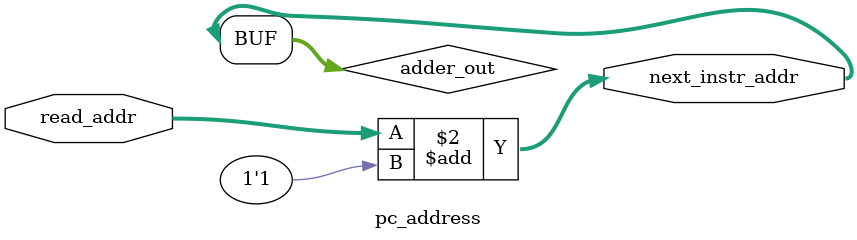
<source format=v>
`timescale 1ns / 1ps

module pc_address#(
    parameter pc_width = 32  // Width of the program counter
)(
    input wire [pc_width-1:0] read_addr,      // Current instruction address (PC value)
    output wire [pc_width-1:0] next_instr_addr // Calculated next instruction address
);

reg [pc_width-1:0] adder_out;

// Increment the current instruction address by 1
always @(read_addr) 
	begin
	  adder_out = read_addr +1'b1;
	end
assign next_instr_addr = adder_out;

endmodule

</source>
